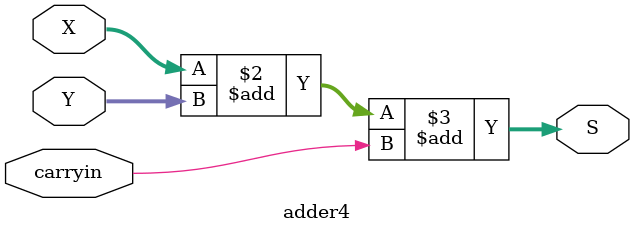
<source format=v>
/*
 ECE 4740 Lab 2 - Part 3
 Author: Daniel Tweed, 6791717 
 Four bit full adder, with input from switches 
 displayed on red LED's and output displayed on 
 green LED's.
*/

//Code basically the same as that given in lab intro on D2L
//Typed it in, so some differences
module part3 (SW, LEDR, LEDG);
	input [8:0] SW;
	output [8:0] LEDR;
	output [4:0] LEDG;
	assign LEDR=SW;
	adder4 A4 (SW[8],SW[7:4],SW[3:0],LEDG[4:0]);
endmodule

module adder4 (carryin,X,Y,S);
	input carryin;
	input [3:0] X,Y;
	output reg [4:0] S;
	always @(*)
		S=X+Y+carryin;
endmodule
</source>
